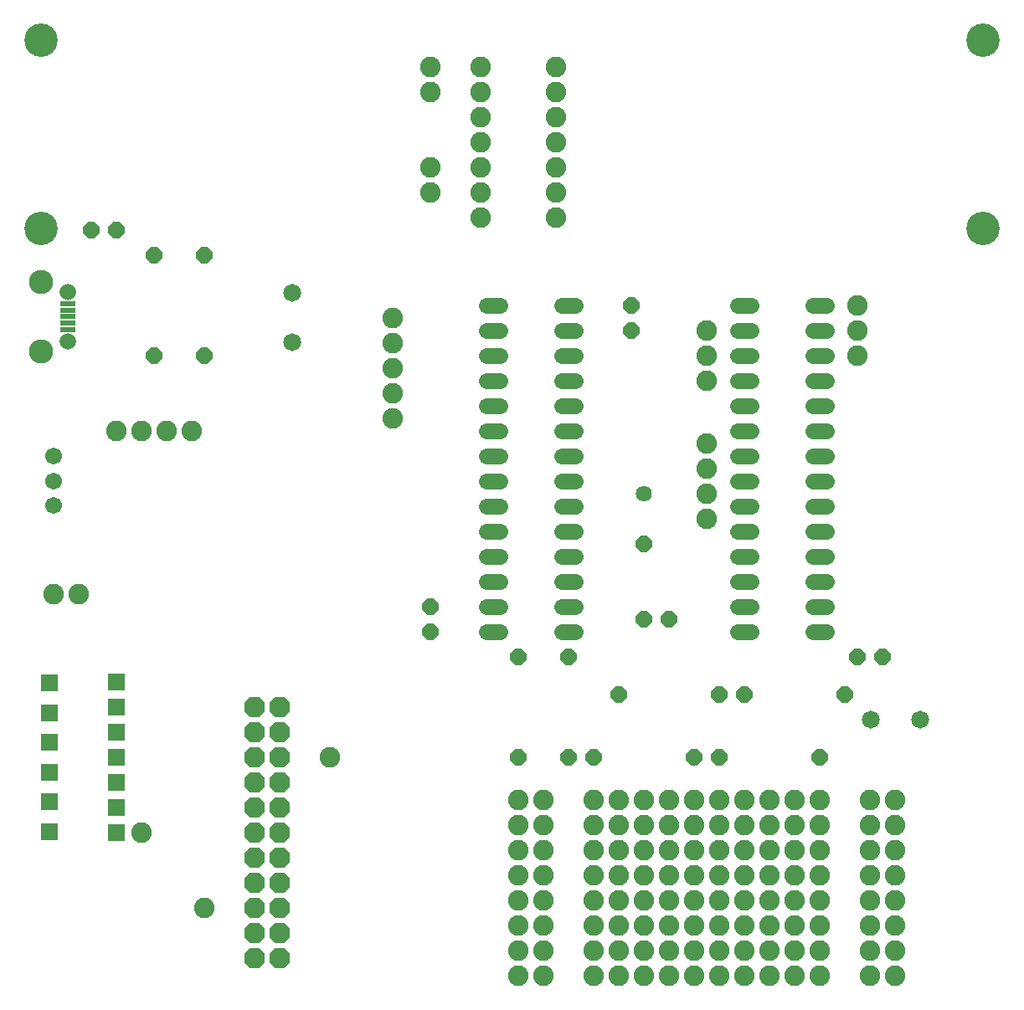
<source format=gts>
G75*
%MOIN*%
%OFA0B0*%
%FSLAX25Y25*%
%IPPOS*%
%LPD*%
%AMOC8*
5,1,8,0,0,1.08239X$1,22.5*
%
%ADD10C,0.13300*%
%ADD11C,0.06400*%
%ADD12R,0.06115X0.02375*%
%ADD13C,0.06546*%
%ADD14C,0.09658*%
%ADD15C,0.08200*%
%ADD16C,0.06743*%
%ADD17OC8,0.06400*%
%ADD18C,0.07137*%
%ADD19C,0.06400*%
%ADD20R,0.07137X0.07137*%
%ADD21OC8,0.08200*%
D10*
X0116250Y0307300D03*
X0116250Y0382300D03*
X0491250Y0382300D03*
X0491250Y0307300D03*
D11*
X0429050Y0276800D02*
X0423450Y0276800D01*
X0423450Y0266800D02*
X0429050Y0266800D01*
X0429050Y0256800D02*
X0423450Y0256800D01*
X0423450Y0246800D02*
X0429050Y0246800D01*
X0429050Y0236800D02*
X0423450Y0236800D01*
X0423450Y0226800D02*
X0429050Y0226800D01*
X0429050Y0216800D02*
X0423450Y0216800D01*
X0423450Y0206800D02*
X0429050Y0206800D01*
X0429050Y0196800D02*
X0423450Y0196800D01*
X0423450Y0186800D02*
X0429050Y0186800D01*
X0429050Y0176800D02*
X0423450Y0176800D01*
X0423450Y0166800D02*
X0429050Y0166800D01*
X0429050Y0156800D02*
X0423450Y0156800D01*
X0423450Y0146800D02*
X0429050Y0146800D01*
X0399050Y0146800D02*
X0393450Y0146800D01*
X0393450Y0156800D02*
X0399050Y0156800D01*
X0399050Y0166800D02*
X0393450Y0166800D01*
X0393450Y0176800D02*
X0399050Y0176800D01*
X0399050Y0186800D02*
X0393450Y0186800D01*
X0393450Y0196800D02*
X0399050Y0196800D01*
X0399050Y0206800D02*
X0393450Y0206800D01*
X0393450Y0216800D02*
X0399050Y0216800D01*
X0399050Y0226800D02*
X0393450Y0226800D01*
X0393450Y0236800D02*
X0399050Y0236800D01*
X0399050Y0246800D02*
X0393450Y0246800D01*
X0393450Y0256800D02*
X0399050Y0256800D01*
X0399050Y0266800D02*
X0393450Y0266800D01*
X0393450Y0276800D02*
X0399050Y0276800D01*
X0329050Y0276800D02*
X0323450Y0276800D01*
X0323450Y0266800D02*
X0329050Y0266800D01*
X0329050Y0256800D02*
X0323450Y0256800D01*
X0323450Y0246800D02*
X0329050Y0246800D01*
X0329050Y0236800D02*
X0323450Y0236800D01*
X0323450Y0226800D02*
X0329050Y0226800D01*
X0329050Y0216800D02*
X0323450Y0216800D01*
X0323450Y0206800D02*
X0329050Y0206800D01*
X0329050Y0196800D02*
X0323450Y0196800D01*
X0323450Y0186800D02*
X0329050Y0186800D01*
X0329050Y0176800D02*
X0323450Y0176800D01*
X0323450Y0166800D02*
X0329050Y0166800D01*
X0329050Y0156800D02*
X0323450Y0156800D01*
X0323450Y0146800D02*
X0329050Y0146800D01*
X0299050Y0146800D02*
X0293450Y0146800D01*
X0293450Y0156800D02*
X0299050Y0156800D01*
X0299050Y0166800D02*
X0293450Y0166800D01*
X0293450Y0176800D02*
X0299050Y0176800D01*
X0299050Y0186800D02*
X0293450Y0186800D01*
X0293450Y0196800D02*
X0299050Y0196800D01*
X0299050Y0206800D02*
X0293450Y0206800D01*
X0293450Y0216800D02*
X0299050Y0216800D01*
X0299050Y0226800D02*
X0293450Y0226800D01*
X0293450Y0236800D02*
X0299050Y0236800D01*
X0299050Y0246800D02*
X0293450Y0246800D01*
X0293450Y0256800D02*
X0299050Y0256800D01*
X0299050Y0266800D02*
X0293450Y0266800D01*
X0293450Y0276800D02*
X0299050Y0276800D01*
D12*
X0126880Y0277418D03*
X0126880Y0274859D03*
X0126880Y0272300D03*
X0126880Y0269741D03*
X0126880Y0267182D03*
D13*
X0126880Y0262457D03*
X0126880Y0282143D03*
D14*
X0116250Y0286080D03*
X0116250Y0258520D03*
D15*
X0146250Y0226800D03*
X0156250Y0226800D03*
X0166250Y0226800D03*
X0176250Y0226800D03*
X0256250Y0231800D03*
X0256250Y0241800D03*
X0256250Y0251800D03*
X0256250Y0261800D03*
X0256250Y0271800D03*
X0291250Y0311800D03*
X0291250Y0321800D03*
X0291250Y0331800D03*
X0291250Y0341800D03*
X0291250Y0351800D03*
X0291250Y0361800D03*
X0291250Y0371800D03*
X0271250Y0371800D03*
X0271250Y0361800D03*
X0271250Y0331800D03*
X0271250Y0321800D03*
X0321250Y0321800D03*
X0321250Y0311800D03*
X0321250Y0331800D03*
X0321250Y0341800D03*
X0321250Y0351800D03*
X0321250Y0361800D03*
X0321250Y0371800D03*
X0441250Y0276800D03*
X0441250Y0266800D03*
X0441250Y0256800D03*
X0381250Y0256800D03*
X0381250Y0266800D03*
X0381250Y0246800D03*
X0381250Y0221800D03*
X0381250Y0211800D03*
X0381250Y0201800D03*
X0381250Y0191800D03*
X0376250Y0079800D03*
X0366250Y0079800D03*
X0356250Y0079800D03*
X0346250Y0079800D03*
X0336250Y0079800D03*
X0336250Y0069800D03*
X0336250Y0059800D03*
X0346250Y0059800D03*
X0346250Y0069800D03*
X0356250Y0069800D03*
X0356250Y0059800D03*
X0366250Y0059800D03*
X0366250Y0069800D03*
X0376250Y0069800D03*
X0376250Y0059800D03*
X0386250Y0059800D03*
X0386250Y0069800D03*
X0396250Y0069800D03*
X0396250Y0059800D03*
X0406250Y0059800D03*
X0406250Y0069800D03*
X0416250Y0069800D03*
X0416250Y0059800D03*
X0426250Y0059800D03*
X0426250Y0069800D03*
X0426250Y0079800D03*
X0416250Y0079800D03*
X0406250Y0079800D03*
X0396250Y0079800D03*
X0386250Y0079800D03*
X0386250Y0049800D03*
X0376250Y0049800D03*
X0366250Y0049800D03*
X0356250Y0049800D03*
X0346250Y0049800D03*
X0336250Y0049800D03*
X0336250Y0039800D03*
X0336250Y0029800D03*
X0346250Y0029800D03*
X0346250Y0039800D03*
X0356250Y0039800D03*
X0356250Y0029800D03*
X0366250Y0029800D03*
X0366250Y0039800D03*
X0376250Y0039800D03*
X0376250Y0029800D03*
X0386250Y0029800D03*
X0386250Y0039800D03*
X0396250Y0039800D03*
X0396250Y0029800D03*
X0406250Y0029800D03*
X0406250Y0039800D03*
X0416250Y0039800D03*
X0416250Y0029800D03*
X0426250Y0029800D03*
X0426250Y0039800D03*
X0426250Y0049800D03*
X0416250Y0049800D03*
X0406250Y0049800D03*
X0396250Y0049800D03*
X0396250Y0019800D03*
X0396250Y0009800D03*
X0386250Y0009800D03*
X0386250Y0019800D03*
X0376250Y0019800D03*
X0376250Y0009800D03*
X0366250Y0009800D03*
X0366250Y0019800D03*
X0356250Y0019800D03*
X0356250Y0009800D03*
X0346250Y0009800D03*
X0346250Y0019800D03*
X0336250Y0019800D03*
X0336250Y0009800D03*
X0316250Y0009800D03*
X0316250Y0019800D03*
X0306250Y0019800D03*
X0306250Y0009800D03*
X0306250Y0029800D03*
X0306250Y0039800D03*
X0316250Y0039800D03*
X0316250Y0029800D03*
X0316250Y0049800D03*
X0306250Y0049800D03*
X0306250Y0059800D03*
X0306250Y0069800D03*
X0316250Y0069800D03*
X0316250Y0059800D03*
X0316250Y0079800D03*
X0306250Y0079800D03*
X0231250Y0096800D03*
X0156250Y0066800D03*
X0181250Y0036800D03*
X0131250Y0161800D03*
X0121250Y0161800D03*
X0406250Y0019800D03*
X0406250Y0009800D03*
X0416250Y0009800D03*
X0416250Y0019800D03*
X0426250Y0019800D03*
X0426250Y0009800D03*
X0446250Y0009800D03*
X0446250Y0019800D03*
X0456250Y0019800D03*
X0456250Y0009800D03*
X0456250Y0029800D03*
X0456250Y0039800D03*
X0446250Y0039800D03*
X0446250Y0029800D03*
X0446250Y0049800D03*
X0456250Y0049800D03*
X0456250Y0059800D03*
X0456250Y0069800D03*
X0446250Y0069800D03*
X0446250Y0059800D03*
X0446250Y0079800D03*
X0456250Y0079800D03*
D16*
X0121250Y0196957D03*
X0121250Y0206800D03*
X0121250Y0216643D03*
D17*
X0161250Y0256800D03*
X0181250Y0256800D03*
X0181250Y0296800D03*
X0161250Y0296800D03*
X0146250Y0306800D03*
X0136250Y0306800D03*
X0271250Y0156800D03*
X0271250Y0146800D03*
X0306250Y0136800D03*
X0326250Y0136800D03*
X0346250Y0121800D03*
X0336250Y0096800D03*
X0326250Y0096800D03*
X0306250Y0096800D03*
X0376250Y0096800D03*
X0386250Y0096800D03*
X0386250Y0121800D03*
X0396250Y0121800D03*
X0426250Y0096800D03*
X0436250Y0121800D03*
X0441250Y0136800D03*
X0451250Y0136800D03*
X0366250Y0151800D03*
X0356250Y0151800D03*
X0356250Y0181800D03*
X0351250Y0266800D03*
X0351250Y0276800D03*
D18*
X0216250Y0281643D03*
X0216250Y0261957D03*
X0446407Y0111800D03*
X0466093Y0111800D03*
D19*
X0356250Y0201800D03*
D20*
X0119557Y0067272D03*
X0119557Y0079083D03*
X0119557Y0090894D03*
X0119557Y0102706D03*
X0119557Y0114517D03*
X0119557Y0126328D03*
X0146250Y0126800D03*
X0146250Y0116800D03*
X0146250Y0106800D03*
X0146250Y0096800D03*
X0146250Y0086800D03*
X0146250Y0076800D03*
X0146250Y0066800D03*
D21*
X0201250Y0066800D03*
X0201250Y0056800D03*
X0211250Y0056800D03*
X0211250Y0066800D03*
X0211250Y0076800D03*
X0211250Y0086800D03*
X0201250Y0086800D03*
X0201250Y0076800D03*
X0201250Y0096800D03*
X0201250Y0106800D03*
X0211250Y0106800D03*
X0211250Y0096800D03*
X0211250Y0116800D03*
X0201250Y0116800D03*
X0201250Y0046800D03*
X0201250Y0036800D03*
X0211250Y0036800D03*
X0211250Y0046800D03*
X0211250Y0026800D03*
X0211250Y0016800D03*
X0201250Y0016800D03*
X0201250Y0026800D03*
M02*

</source>
